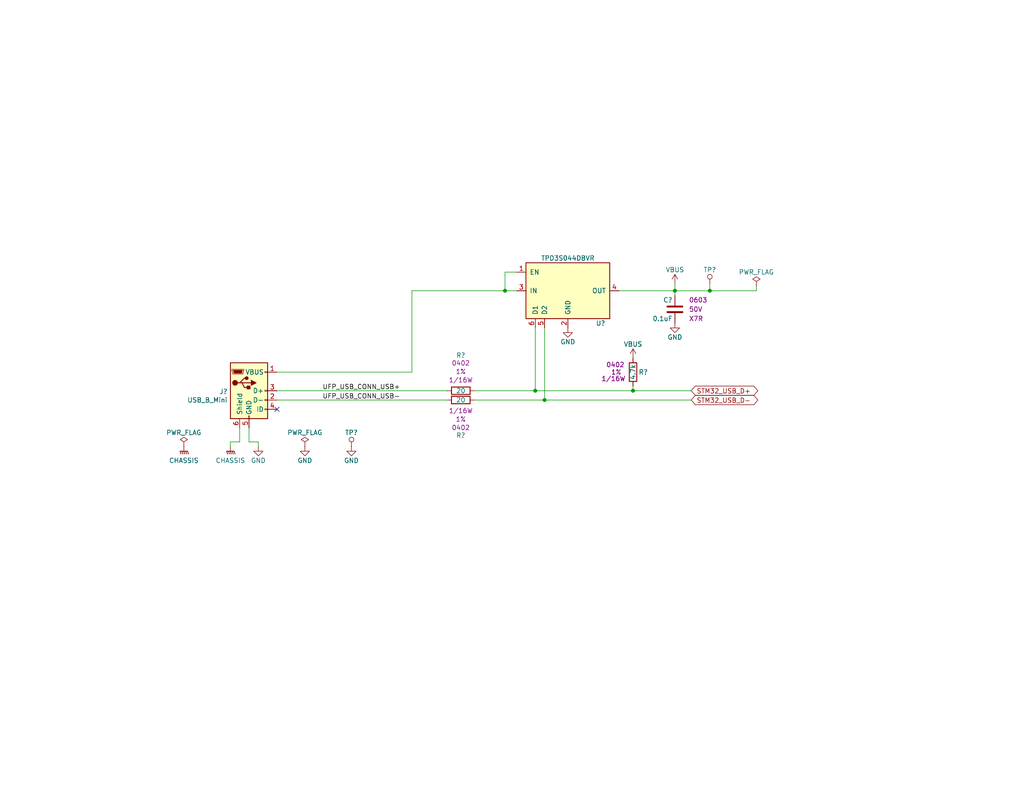
<source format=kicad_sch>
(kicad_sch (version 20230121) (generator eeschema)
  (paper "A")
  (title_block (title "USB MPD") (date "2024-02-06") (rev "PRELIM") (company "Drew Maatman"))
  (lib_symbols
    (symbol "Connector:USB_B_Mini" (pin_names (offset 1.016))
      (property "Reference" "J" (at -5.08 11.43 0))
      (property "Value" "USB_B_Mini" (at -5.08 8.89 0))
      (symbol "USB_B_Mini_0_1"
        (rectangle (start -5.08 -7.62) (end 5.08 7.62) (stroke (width 0.254)) (fill (type background)))
        (circle (center -3.81 2.159) (radius 0.635) (stroke (width 0.254)) (fill (type outline)))
        (circle (center -0.635 3.429) (radius 0.381) (stroke (width 0.254)) (fill (type outline)))
        (rectangle (start -0.127 -7.62) (end 0.127 -6.858))
        (polyline (pts (xy -1.905 2.159) (xy 0.635 2.159)) (stroke (width 0.254)))
        (polyline (pts (xy -3.175 2.159) (xy -2.54 2.159) (xy -1.27 3.429) (xy -0.635 3.429)) (stroke (width 0.254)))
        (polyline (pts (xy -2.54 2.159) (xy -1.905 2.159) (xy -1.27 0.889) (xy 0 0.889)) (stroke (width 0.254)))
        (polyline (pts (xy 0.635 2.794) (xy 0.635 1.524) (xy 1.905 2.159) (xy 0.635 2.794)) (stroke (width 0.254)) (fill (type outline)))
        (polyline (pts (xy -4.318 5.588) (xy -1.778 5.588) (xy -2.032 4.826) (xy -4.064 4.826) (xy -4.318 5.588)) (fill (type outline)))
        (polyline (pts (xy -4.699 5.842) (xy -4.699 5.588) (xy -4.445 4.826) (xy -4.445 4.572) (xy -1.651 4.572) (xy -1.651 4.826) (xy -1.397 5.588) (xy -1.397 5.842) (xy -4.699 5.842)))
        (rectangle (start 0.254 1.27) (end -0.508 0.508) (stroke (width 0.254)) (fill (type outline)))
        (rectangle (start 5.08 -5.207) (end 4.318 -4.953))
        (rectangle (start 5.08 -2.667) (end 4.318 -2.413))
        (rectangle (start 5.08 -0.127) (end 4.318 0.127))
        (rectangle (start 5.08 4.953) (end 4.318 5.207))
      )
      (symbol "USB_B_Mini_1_1"
        (pin power_out line (at 7.62 5.08 180) (length 2.54) (name "VBUS") (number "1"))
        (pin bidirectional line (at 7.62 -2.54 180) (length 2.54) (name "D-") (number "2"))
        (pin bidirectional line (at 7.62 0 180) (length 2.54) (name "D+") (number "3"))
        (pin passive line (at 7.62 -5.08 180) (length 2.54) (name "ID") (number "4"))
        (pin power_out line (at 0 -10.16 90) (length 2.54) (name "GND") (number "5"))
        (pin passive line (at -2.54 -10.16 90) (length 2.54) (name "Shield") (number "6"))
      )
    )
    (symbol "Custom Library:CHASSIS" (power) (pin_names (offset 0))
      (property "Value" "CHASSIS" (at 0 -3.81 0))
      (symbol "CHASSIS_0_1"
        (polyline (pts (xy 0 -1.27) (xy 0 0)))
        (polyline (pts (xy -1.016 -1.27) (xy -1.27 -2.032) (xy -1.27 -2.032)) (stroke (width 0.2032)))
        (polyline (pts (xy -0.508 -1.27) (xy -0.762 -2.032) (xy -0.762 -2.032)) (stroke (width 0.2032)))
        (polyline (pts (xy 0 -1.27) (xy -0.254 -2.032) (xy -0.254 -2.032)) (stroke (width 0.2032)))
        (polyline (pts (xy 0.508 -1.27) (xy 0.254 -2.032) (xy 0.254 -2.032)) (stroke (width 0.2032)))
        (polyline (pts (xy 1.016 -1.27) (xy -1.016 -1.27) (xy -1.016 -1.27)) (stroke (width 0.2032)))
        (polyline (pts (xy 1.016 -1.27) (xy 0.762 -2.032) (xy 0.762 -2.032) (xy 0.762 -2.032)) (stroke (width 0.2032)))
      )
      (symbol "CHASSIS_1_1"
        (pin power_in line (at 0 0 270) (length 0) hide (name "CHASSIS") (number "1"))
      )
    )
    (symbol "Custom_Library:C_Custom" (pin_numbers hide) (pin_names (offset 0.254))
      (property "Reference" "C" (at 0.635 2.54 0))
      (property "Value" "C_Custom" (at 0.635 -2.54 0))
      (property "display_footprint" "Foot" (at -3.81 2.54 0))
      (property "Voltage" "V" (at -3.81 0 0))
      (property "Dielectric" "Er" (at -3.81 -2.54 0))
      (symbol "C_Custom_0_1"
        (polyline (pts (xy -2.032 -0.762) (xy 2.032 -0.762)) (stroke (width 0.508)))
        (polyline (pts (xy -2.032 0.762) (xy 2.032 0.762)) (stroke (width 0.508)))
      )
      (symbol "C_Custom_1_1"
        (pin passive line (at 0 3.81 270) (length 2.794) (name "~") (number "1"))
        (pin passive line (at 0 -3.81 90) (length 2.794) (name "~") (number "2"))
      )
    )
    (symbol "Custom_Library:R_Custom" (pin_numbers hide) (pin_names (offset 1.016) hide)
      (property "Reference" "R" (at -2.54 0 90))
      (property "Value" "R_Custom" (at 0 0 90))
      (property "display_footprint" "Foot" (at 2.54 0 90))
      (property "Tolerance" "Tol" (at 5.08 0 90))
      (property "Wattage" "W" (at 7.62 0 90))
      (symbol "R_Custom_0_1"
        (rectangle (start 1.016 2.54) (end -1.016 -2.54) (stroke (width 0.254)))
      )
      (symbol "R_Custom_1_1"
        (pin passive line (at 0 3.81 270) (length 1.27) (name "1") (number "1"))
        (pin passive line (at 0 -3.81 90) (length 1.27) (name "2") (number "2"))
      )
    )
    (symbol "Custom_Library:TP" (pin_numbers hide) (pin_names (offset 0) hide)
      (property "Reference" "TP" (at 0 3.81 0))
      (symbol "TP_0_1"
        (polyline (pts (xy 0 0) (xy 0 1.27)))
        (circle (center 0 1.905) (radius 0.635))
      )
      (symbol "TP_1_1"
        (pin passive line (at 0 0 90) (length 0) (name "TP") (number "1"))
      )
    )
    (symbol "Custom_Library:TPD3S014DBVR" (pin_names (offset 1.016))
      (property "Reference" "U" (at 7.62 -8.89 0))
      (property "Value" "TPD3S014DBVR" (at 0 8.89 0))
      (symbol "TPD3S014DBVR_0_1"
        (rectangle (start -11.43 7.62) (end 11.43 -7.62) (stroke (width 0.254)) (fill (type background)))
      )
      (symbol "TPD3S014DBVR_1_1"
        (pin input line (at -13.97 5.08 0) (length 2.54) (name "EN") (number "1"))
        (pin power_in line (at 0 -10.16 90) (length 2.54) (name "GND") (number "2"))
        (pin power_in line (at -13.97 0 0) (length 2.54) (name "IN") (number "3"))
        (pin passive line (at 13.97 0 180) (length 2.54) (name "OUT") (number "4"))
        (pin passive line (at -6.35 -10.16 90) (length 2.54) (name "D2") (number "5"))
        (pin passive line (at -8.89 -10.16 90) (length 2.54) (name "D1") (number "6"))
      )
    )
    (symbol "power:GND" (power) (pin_names (offset 0))
      (property "Value" "GND" (at 0 -3.81 0))
      (symbol "GND_0_1"
        (polyline (pts (xy 0 0) (xy 0 -1.27) (xy 1.27 -1.27) (xy 0 -2.54) (xy -1.27 -1.27) (xy 0 -1.27)))
      )
      (symbol "GND_1_1"
        (pin power_in line (at 0 0 270) (length 0) hide (name "GND") (number "1"))
      )
    )
    (symbol "power:PWR_FLAG" (power) (pin_numbers hide) (pin_names (offset 0) hide)
      (property "Value" "PWR_FLAG" (at 0 3.81 0))
      (symbol "PWR_FLAG_0_0"
        (pin power_out line (at 0 0 90) (length 0) (name "pwr") (number "1"))
      )
      (symbol "PWR_FLAG_0_1"
        (polyline (pts (xy 0 0) (xy 0 1.27) (xy -1.016 1.905) (xy 0 2.54) (xy 1.016 1.905) (xy 0 1.27)))
      )
    )
    (symbol "power:VBUS" (power) (pin_names (offset 0))
      (property "Value" "VBUS" (at 0 3.81 0))
      (symbol "VBUS_0_1"
        (polyline (pts (xy -0.762 1.27) (xy 0 2.54)))
        (polyline (pts (xy 0 0) (xy 0 2.54)))
        (polyline (pts (xy 0 2.54) (xy 0.762 1.27)))
      )
      (symbol "VBUS_1_1"
        (pin power_in line (at 0 0 90) (length 0) hide (name "VBUS") (number "1"))
      )
    )
  )
  (junction (at 137.795 79.375))
  (junction (at 146.05 106.68))
  (junction (at 184.15 79.375))
  (junction (at 148.59 109.22))
  (junction (at 193.675 79.375))
  (junction (at 172.72 106.68))
  (no_connect (at 75.565 111.76))
  (wire (pts (xy 206.375 78.105) (xy 206.375 79.375)))
  (wire (pts (xy 62.865 121.92) (xy 62.865 120.65)))
  (wire (pts (xy 184.15 79.375) (xy 168.91 79.375)))
  (wire (pts (xy 137.795 74.295) (xy 137.795 79.375)))
  (wire (pts (xy 75.565 106.68) (xy 121.92 106.68)))
  (wire (pts (xy 140.97 79.375) (xy 137.795 79.375)))
  (wire (pts (xy 70.485 121.92) (xy 70.485 120.65)))
  (wire (pts (xy 193.675 77.47) (xy 193.675 79.375)))
  (wire (pts (xy 172.72 106.68) (xy 146.05 106.68)))
  (wire (pts (xy 184.15 77.47) (xy 184.15 79.375)))
  (wire (pts (xy 148.59 109.22) (xy 129.54 109.22)))
  (wire (pts (xy 146.05 89.535) (xy 146.05 106.68)))
  (wire (pts (xy 148.59 109.22) (xy 188.595 109.22)))
  (wire (pts (xy 67.945 120.65) (xy 67.945 116.84)))
  (wire (pts (xy 184.15 79.375) (xy 184.15 80.645)))
  (wire (pts (xy 188.595 106.68) (xy 172.72 106.68)))
  (wire (pts (xy 193.675 79.375) (xy 184.15 79.375)))
  (wire (pts (xy 140.97 74.295) (xy 137.795 74.295)))
  (wire (pts (xy 146.05 106.68) (xy 129.54 106.68)))
  (wire (pts (xy 75.565 101.6) (xy 112.395 101.6)))
  (wire (pts (xy 75.565 109.22) (xy 121.92 109.22)))
  (wire (pts (xy 148.59 89.535) (xy 148.59 109.22)))
  (wire (pts (xy 70.485 120.65) (xy 67.945 120.65)))
  (wire (pts (xy 206.375 79.375) (xy 193.675 79.375)))
  (wire (pts (xy 172.72 105.41) (xy 172.72 106.68)))
  (wire (pts (xy 112.395 79.375) (xy 112.395 101.6)))
  (wire (pts (xy 65.405 116.84) (xy 65.405 120.65)))
  (wire (pts (xy 62.865 120.65) (xy 65.405 120.65)))
  (wire (pts (xy 112.395 79.375) (xy 137.795 79.375)))
  (label "UFP_USB_CONN_USB+" (at 109.22 106.68 180))
  (label "UFP_USB_CONN_USB-" (at 109.22 109.22 180))
  (global_label "STM32_USB_D+" (shape bidirectional) (at 188.595 106.68 0) (property "Intersheetrefs" "${INTERSHEET_REFS}" (effects hide)))
  (global_label "STM32_USB_D-" (shape bidirectional) (at 188.595 109.22 0) (property "Intersheetrefs" "${INTERSHEET_REFS}" (effects hide)))
  (symbol (lib_id "power:GND") (at 154.94 89.535 0) (mirror y) (unit 1)
    (property "Reference" "#PWR?" (effects hide))
    (property "Value" "GND" (at 154.94 93.345 0))
    (instances (project "Analog_Clock" (path "" (reference "#PWR?") (unit 1))) (project "USB_MPD_Switches" (path "" (reference "#PWR0705") (unit 1))) (project "USB_Hub" (path "" (reference "#PWR01405") (unit 1))))
  )
  (symbol (lib_id "Custom Library:CHASSIS") (at 62.865 121.92 0) (mirror y) (unit 1)
    (property "Reference" "#PWR0702" (effects hide))
    (property "Value" "CHASSIS" (at 62.865 125.73 0))
    (instances (project "USB_MPD_Switches" (path "" (reference "#PWR0702") (unit 1))) (project "USB_Hub" (path "" (reference "#PWR?") (unit 1)) (path "" (reference "#PWR?") (unit 1)) (path "" (reference "#PWR01402") (unit 1))))
  )
  (symbol (lib_id "Custom_Library:R_Custom") (at 125.73 109.22 90) (mirror x) (unit 1)
    (property "Reference" "R?" (at 125.73 118.872 90))
    (property "Value" "20" (at 125.73 109.22 90))
    (property "Footprint" "Resistors_SMD:R_0402" (effects hide))
    (property "display_footprint" "0402" (at 125.73 116.7638 90))
    (property "Tolerance" "1%" (at 125.73 114.4524 90))
    (property "Wattage" "1/16W" (at 125.73 112.141 90))
    (instances (project "Analog_Clock" (path "" (reference "R?") (unit 1))) (project "USB_MPD_Switches" (path "" (reference "R?") (unit 1))) (project "USB_Hub" (path "" (reference "R1401") (unit 1))))
  )
  (symbol (lib_id "Custom Library:CHASSIS") (at 50.165 121.92 0) (mirror y) (unit 1)
    (property "Reference" "#PWR0701" (effects hide))
    (property "Value" "CHASSIS" (at 50.165 125.73 0))
    (instances (project "USB_MPD_Switches" (path "" (reference "#PWR0701") (unit 1))) (project "USB_Hub" (path "" (reference "#PWR?") (unit 1)) (path "" (reference "#PWR?") (unit 1)) (path "" (reference "#PWR01401") (unit 1))))
  )
  (symbol (lib_id "Custom_Library:TP") (at 193.675 77.47 0) (mirror y) (unit 1)
    (property "Reference" "TP?" (at 193.675 73.66 0))
    (property "Value" "TP" (effects hide))
    (property "Footprint" "Custom Footprints Library:Test_Point" (effects hide))
    (instances (project "Analog_Clock" (path "" (reference "TP?") (unit 1)) (path "" (reference "TP?") (unit 1)) (path "" (reference "TP?") (unit 1)) (path "" (reference "TP?") (unit 1))) (project "USB_MPD_Switches" (path "" (reference "TP?") (unit 1))) (project "USB_Hub" (path "" (reference "TP1401") (unit 1))))
  )
  (symbol (lib_id "Connector:USB_B_Mini") (at 67.945 106.68 0) (unit 1)
    (property "Reference" "J?" (at 62.1284 106.9086 0) (effects (justify right)))
    (property "Value" "USB_B_Mini" (at 62.1284 109.22 0) (effects (justify right)))
    (property "Footprint" "Connectors:USB_Mini-B" (effects hide))
    (property "Digi-Key PN" "732-2109-1-ND" (effects hide))
    (instances (project "Analog_Clock" (path "" (reference "J?") (unit 1))) (project "USB_MPD_Switches" (path "" (reference "J?") (unit 1))) (project "USB_Hub" (path "" (reference "J1401") (unit 1))))
  )
  (symbol (lib_id "power:GND") (at 184.15 88.265 0) (mirror y) (unit 1)
    (property "Reference" "#PWR?" (effects hide))
    (property "Value" "GND" (at 184.15 92.075 0))
    (instances (project "Analog_Clock" (path "" (reference "#PWR?") (unit 1))) (project "USB_MPD_Switches" (path "" (reference "#PWR0708") (unit 1))) (project "USB_Hub" (path "" (reference "#PWR01408") (unit 1))))
  )
  (symbol (lib_id "power:GND") (at 70.485 121.92 0) (mirror y) (unit 1)
    (property "Reference" "#PWR0703" (effects hide))
    (property "Value" "GND" (at 70.485 125.73 0))
    (instances (project "USB_MPD_Switches" (path "" (reference "#PWR0703") (unit 1))) (project "USB_Hub" (path "" (reference "#PWR?") (unit 1)) (path "" (reference "#PWR?") (unit 1)) (path "" (reference "#PWR?") (unit 1)) (path "" (reference "#PWR01403") (unit 1))))
  )
  (symbol (lib_id "Custom_Library:TP") (at 95.885 121.92 0) (mirror y) (unit 1)
    (property "Reference" "TP?" (at 95.885 118.11 0))
    (property "Value" "TP" (effects hide))
    (property "Footprint" "Connector_PinHeader_2.54mm:PinHeader_1x01_P2.54mm_Horizontal" (effects hide))
    (instances (project "Analog_Clock" (path "" (reference "TP?") (unit 1)) (path "" (reference "TP?") (unit 1)) (path "" (reference "TP?") (unit 1)) (path "" (reference "TP?") (unit 1))) (project "USB_MPD_Switches" (path "" (reference "TP?") (unit 1))) (project "USB_Hub" (path "" (reference "TP1401") (unit 1))))
  )
  (symbol (lib_id "Custom_Library:R_Custom") (at 172.72 101.6 0) (mirror y) (unit 1)
    (property "Reference" "R?" (at 174.244 101.6 0) (effects (justify right)))
    (property "Value" "4.7k" (at 172.72 101.6 90))
    (property "display_footprint" "0402" (at 167.894 99.568 0))
    (property "Tolerance" "1%" (at 168.148 101.6 0))
    (property "Wattage" "1/16W" (at 167.386 103.378 0))
    (instances (project "Analog_Clock" (path "" (reference "R?") (unit 1)) (path "" (reference "R?") (unit 1)) (path "" (reference "R?") (unit 1)) (path "" (reference "R?") (unit 1)) (path "" (reference "R?") (unit 1)) (path "" (reference "R?") (unit 1)) (path "" (reference "R?") (unit 1)) (path "" (reference "R?") (unit 1))) (project "Nixie_Clock_Core" (path "" (reference "R804") (unit 1))) (project "USB_MPD_Switches" (path "" (reference "R?") (unit 1)) (path "" (reference "R?") (unit 1)) (path "" (reference "R?") (unit 1))))
  )
  (symbol (lib_id "power:VBUS") (at 184.15 77.47 0) (unit 1)
    (property "Reference" "#PWR0707" (effects hide))
    (property "Value" "VBUS" (at 184.15 73.66 0))
    (instances (project "USB_MPD_Switches" (path "" (reference "#PWR0707") (unit 1))) (project "USB_Hub" (path "" (reference "#PWR?") (unit 1)) (path "" (reference "#PWR01407") (unit 1))))
  )
  (symbol (lib_id "power:PWR_FLAG") (at 83.185 121.92 0) (unit 1)
    (property "Reference" "#FLG0703" (effects hide))
    (property "Value" "PWR_FLAG" (at 83.185 118.11 0))
    (instances (project "USB_MPD_Switches" (path "" (reference "#FLG0703") (unit 1))) (project "USB_Hub" (path "" (reference "#FLG01401") (unit 1))))
  )
  (symbol (lib_id "power:PWR_FLAG") (at 206.375 78.105 0) (unit 1)
    (property "Reference" "#FLG0702" (effects hide))
    (property "Value" "PWR_FLAG" (at 206.375 74.295 0))
    (instances (project "USB_MPD_Switches" (path "" (reference "#FLG0702") (unit 1))) (project "USB_Hub" (path "" (reference "#FLG?") (unit 1)) (path "" (reference "#FLG01402") (unit 1))))
  )
  (symbol (lib_id "Custom_Library:TPD3S014DBVR") (at 154.94 79.375 0) (unit 1)
    (property "Reference" "U?" (at 162.56 88.265 0) (effects (justify left)))
    (property "Value" "TPD3S044DBVR" (at 154.94 70.485 0))
    (property "Footprint" "TO_SOT_Packages_SMD:SOT-23-6" (effects hide))
    (property "Datasheet" "http://www.ti.com/lit/ds/symlink/tpd3s014.pdf" (effects hide))
    (property "Digi-Key PN" "296-38836-1-ND" (effects hide))
    (instances (project "Analog_Clock" (path "" (reference "U?") (unit 1))) (project "USB_MPD_Switches" (path "" (reference "U?") (unit 1))) (project "USB_Hub" (path "" (reference "U1401") (unit 1))))
  )
  (symbol (lib_id "Custom_Library:C_Custom") (at 184.15 84.455 0) (mirror y) (unit 1)
    (property "Reference" "C?" (at 183.515 81.915 0) (effects (justify left)))
    (property "Value" "0.1uF" (at 183.515 86.995 0) (effects (justify left)))
    (property "Footprint" "Capacitors_SMD:C_0603" (effects hide))
    (property "display_footprint" "0603" (at 187.96 81.915 0) (effects (justify right)))
    (property "Voltage" "50V" (at 187.96 84.455 0) (effects (justify right)))
    (property "Dielectric" "X7R" (at 187.96 86.995 0) (effects (justify right)))
    (property "Digi-Key PN" "1276-1935-1-ND" (effects hide))
    (instances (project "Analog_Clock" (path "" (reference "C?") (unit 1))) (project "USB_MPD_Switches" (path "" (reference "C?") (unit 1))) (project "USB_Hub" (path "" (reference "C1403") (unit 1))))
  )
  (symbol (lib_id "power:GND") (at 83.185 121.92 0) (mirror y) (unit 1)
    (property "Reference" "#PWR0706" (effects hide))
    (property "Value" "GND" (at 83.185 125.73 0))
    (instances (project "USB_MPD_Switches" (path "" (reference "#PWR0706") (unit 1))) (project "USB_Hub" (path "" (reference "#PWR?") (unit 1)) (path "" (reference "#PWR?") (unit 1)) (path "" (reference "#PWR?") (unit 1)) (path "" (reference "#PWR01403") (unit 1))))
  )
  (symbol (lib_id "power:PWR_FLAG") (at 50.165 121.92 0) (unit 1)
    (property "Reference" "#FLG0701" (effects hide))
    (property "Value" "PWR_FLAG" (at 50.165 118.11 0))
    (instances (project "USB_MPD_Switches" (path "" (reference "#FLG0701") (unit 1))) (project "USB_Hub" (path "" (reference "#FLG01401") (unit 1))))
  )
  (symbol (lib_id "power:GND") (at 95.885 121.92 0) (mirror y) (unit 1)
    (property "Reference" "#PWR0709" (effects hide))
    (property "Value" "GND" (at 95.885 125.73 0))
    (instances (project "USB_MPD_Switches" (path "" (reference "#PWR0709") (unit 1))) (project "USB_Hub" (path "" (reference "#PWR?") (unit 1)) (path "" (reference "#PWR?") (unit 1)) (path "" (reference "#PWR?") (unit 1)) (path "" (reference "#PWR01403") (unit 1))))
  )
  (symbol (lib_id "Custom_Library:R_Custom") (at 125.73 106.68 90) (unit 1)
    (property "Reference" "R?" (at 125.73 97.028 90))
    (property "Value" "20" (at 125.73 106.68 90))
    (property "Footprint" "Resistors_SMD:R_0402" (effects hide))
    (property "display_footprint" "0402" (at 125.73 99.1362 90))
    (property "Tolerance" "1%" (at 125.73 101.4476 90))
    (property "Wattage" "1/16W" (at 125.73 103.759 90))
    (instances (project "Analog_Clock" (path "" (reference "R?") (unit 1))) (project "USB_MPD_Switches" (path "" (reference "R?") (unit 1))) (project "USB_Hub" (path "" (reference "R1401") (unit 1))))
  )
  (symbol (lib_id "power:VBUS") (at 172.72 97.79 0) (unit 1)
    (property "Reference" "#PWR0704" (effects hide))
    (property "Value" "VBUS" (at 172.72 93.98 0))
    (instances (project "USB_MPD_Switches" (path "" (reference "#PWR0704") (unit 1))) (project "USB_Hub" (path "" (reference "#PWR?") (unit 1)) (path "" (reference "#PWR01407") (unit 1))))
  )
)
</source>
